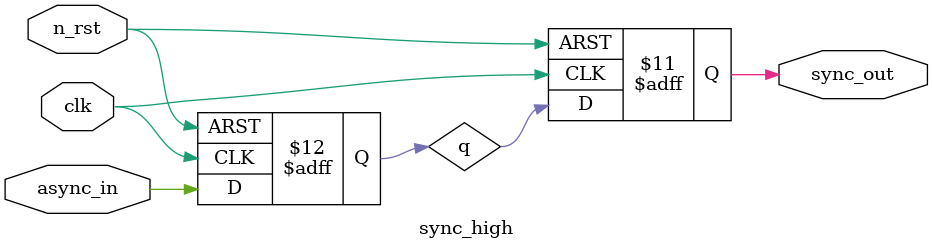
<source format=sv>

module sync_high
(
	input wire clk,
	input wire n_rst,
	input wire async_in,
	output reg sync_out
);
	reg q;

	always_ff @ (posedge clk, negedge n_rst)
	begin
		if(1'b0 == n_rst)
		begin
			q <= 1;
		end
		else
		begin
			q <= async_in;
		end
	end

	always_ff @ (posedge clk, negedge n_rst)
	begin
		if(1'b0 == n_rst)
		begin
			sync_out <= 1;
		end
		else
		begin
			if(q == 0 || q == 1)
			begin
				sync_out <= q;
			end
			else
			begin
				sync_out <= 1;
			end
		end
	end

endmodule

</source>
